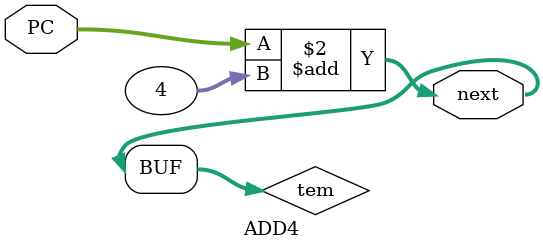
<source format=v>
`timescale 1ns / 1ps
module ADD4(
    input [31:0] PC,
    output [31:0] next
    );

reg [31:0] tem;
initial
begin
	tem=0;
end
always@(*)
begin
	tem=PC+4;
end

assign next=tem;
endmodule

</source>
